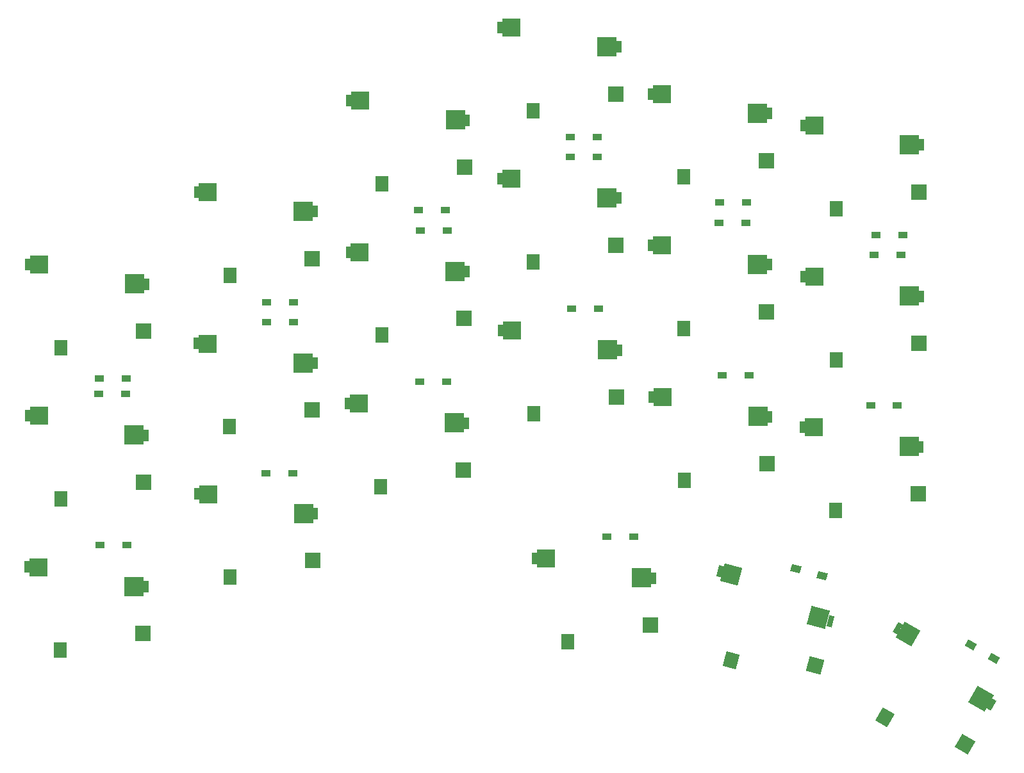
<source format=gbr>
%TF.GenerationSoftware,KiCad,Pcbnew,7.0.6*%
%TF.CreationDate,2023-08-21T12:13:53+07:00*%
%TF.ProjectId,GlupV1,476c7570-5631-42e6-9b69-6361645f7063,rev?*%
%TF.SameCoordinates,Original*%
%TF.FileFunction,Paste,Top*%
%TF.FilePolarity,Positive*%
%FSLAX46Y46*%
G04 Gerber Fmt 4.6, Leading zero omitted, Abs format (unit mm)*
G04 Created by KiCad (PCBNEW 7.0.6) date 2023-08-21 12:13:53*
%MOMM*%
%LPD*%
G01*
G04 APERTURE LIST*
G04 Aperture macros list*
%AMRotRect*
0 Rectangle, with rotation*
0 The origin of the aperture is its center*
0 $1 length*
0 $2 width*
0 $3 Rotation angle, in degrees counterclockwise*
0 Add horizontal line*
21,1,$1,$2,0,0,$3*%
G04 Aperture macros list end*
%ADD10R,0.700000X1.500000*%
%ADD11R,2.400000X2.400000*%
%ADD12R,2.000000X2.000000*%
%ADD13R,1.800000X2.000000*%
%ADD14R,2.500000X2.500000*%
%ADD15R,1.300000X0.950000*%
%ADD16RotRect,1.300000X0.950000X345.000000*%
%ADD17RotRect,1.300000X0.950000X330.000000*%
%ADD18RotRect,0.700000X1.500000X345.000000*%
%ADD19RotRect,2.400000X2.400000X165.000000*%
%ADD20RotRect,2.000000X2.000000X165.000000*%
%ADD21RotRect,1.800000X2.000000X165.000000*%
%ADD22RotRect,2.500000X2.500000X165.000000*%
%ADD23RotRect,0.700000X1.500000X330.000000*%
%ADD24RotRect,2.400000X2.400000X150.000000*%
%ADD25RotRect,2.000000X2.000000X150.000000*%
%ADD26RotRect,1.800000X2.000000X150.000000*%
%ADD27RotRect,2.500000X2.500000X150.000000*%
G04 APERTURE END LIST*
D10*
%TO.C,SW9*%
X89430000Y-82680000D03*
D11*
X90930000Y-82700000D03*
D12*
X104730000Y-91480000D03*
D13*
X93830000Y-93680000D03*
D14*
X103530000Y-85239999D03*
D10*
X105130000Y-85280000D03*
%TD*%
%TO.C,SW13*%
X114135400Y-103166000D03*
D11*
X115635400Y-103186000D03*
D12*
X129435400Y-111966000D03*
D13*
X118535400Y-114166000D03*
D14*
X128235400Y-105725999D03*
D10*
X129835400Y-105766000D03*
%TD*%
D15*
%TO.C,D14*%
X142125000Y-56134000D03*
X138575000Y-56134000D03*
%TD*%
%TO.C,D16*%
X142515000Y-78930000D03*
X138965000Y-78930000D03*
%TD*%
D10*
%TO.C,SW6*%
X69500000Y-94656000D03*
D11*
X71000000Y-94676000D03*
D12*
X84800000Y-103456000D03*
D13*
X73900000Y-105656000D03*
D14*
X83600000Y-97215999D03*
D10*
X85200000Y-97256000D03*
%TD*%
%TO.C,SW5*%
X69450000Y-74756000D03*
D11*
X70950000Y-74776000D03*
D12*
X84750000Y-83556000D03*
D13*
X73850000Y-85756000D03*
D14*
X83550000Y-77315999D03*
D10*
X85150000Y-77356000D03*
%TD*%
D15*
%TO.C,D11*%
X122435000Y-50110000D03*
X118885000Y-50110000D03*
%TD*%
D10*
%TO.C,SW4*%
X69470000Y-54706000D03*
D11*
X70970000Y-54726000D03*
D12*
X84770000Y-63506000D03*
D13*
X73870000Y-65706000D03*
D14*
X83570000Y-57265999D03*
D10*
X85170000Y-57306000D03*
%TD*%
D15*
%TO.C,D20*%
X162080000Y-82910000D03*
X158530000Y-82910000D03*
%TD*%
%TO.C,D13*%
X127255000Y-100320000D03*
X123705000Y-100320000D03*
%TD*%
%TO.C,D7*%
X102359000Y-57150000D03*
X98809000Y-57150000D03*
%TD*%
%TO.C,D1*%
X60165000Y-79356000D03*
X56615000Y-79356000D03*
%TD*%
D10*
%TO.C,SW11*%
X109570000Y-52940000D03*
D11*
X111070000Y-52960000D03*
D12*
X124870000Y-61740000D03*
D13*
X113970000Y-63940000D03*
D14*
X123670000Y-55499999D03*
D10*
X125270000Y-55540000D03*
%TD*%
%TO.C,SW3*%
X47080000Y-104306000D03*
D11*
X48580000Y-104326000D03*
D12*
X62380000Y-113106000D03*
D13*
X51480000Y-115306000D03*
D14*
X61180000Y-106865999D03*
D10*
X62780000Y-106906000D03*
%TD*%
D16*
%TO.C,D17*%
X152106026Y-105440912D03*
X148676990Y-104522104D03*
%TD*%
D10*
%TO.C,SW20*%
X149510000Y-85830000D03*
D11*
X151010000Y-85850000D03*
D12*
X164810000Y-94630000D03*
D13*
X153910000Y-96830000D03*
D14*
X163610000Y-88389999D03*
D10*
X165210000Y-88430000D03*
%TD*%
D15*
%TO.C,D9*%
X102520000Y-79810000D03*
X98970000Y-79810000D03*
%TD*%
%TO.C,D5*%
X82315000Y-71930000D03*
X78765000Y-71930000D03*
%TD*%
D10*
%TO.C,SW15*%
X129450000Y-61740000D03*
D11*
X130950000Y-61760000D03*
D12*
X144750000Y-70540000D03*
D13*
X133850000Y-72740000D03*
D14*
X143550000Y-64299999D03*
D10*
X145150000Y-64340000D03*
%TD*%
%TO.C,SW8*%
X89540000Y-62660000D03*
D11*
X91040000Y-62680000D03*
D12*
X104840000Y-71460000D03*
D13*
X93940000Y-73660000D03*
D14*
X103640000Y-65219999D03*
D10*
X105240000Y-65260000D03*
%TD*%
%TO.C,SW12*%
X109660000Y-73020000D03*
D11*
X111160000Y-73040000D03*
D12*
X124960000Y-81820000D03*
D13*
X114060000Y-84020000D03*
D14*
X123760000Y-75579999D03*
D10*
X125360000Y-75620000D03*
%TD*%
D15*
%TO.C,D19*%
X162530000Y-63040000D03*
X158980000Y-63040000D03*
%TD*%
D17*
%TO.C,D21*%
X174820000Y-116380000D03*
X171745610Y-114605000D03*
%TD*%
D15*
%TO.C,D8*%
X102590000Y-59780000D03*
X99040000Y-59780000D03*
%TD*%
D10*
%TO.C,SW2*%
X47140000Y-84290000D03*
D11*
X48640000Y-84310000D03*
D12*
X62440000Y-93090000D03*
D13*
X51540000Y-95290000D03*
D14*
X61240000Y-86849999D03*
D10*
X62840000Y-86890000D03*
%TD*%
D15*
%TO.C,D4*%
X82285000Y-69342000D03*
X78735000Y-69342000D03*
%TD*%
D18*
%TO.C,SW17*%
X138701511Y-104856981D03*
D19*
X140145224Y-105264528D03*
D20*
X151202569Y-117317060D03*
D21*
X140104575Y-116620969D03*
D22*
X151658489Y-110979099D03*
D18*
X153193617Y-111431847D03*
%TD*%
D15*
%TO.C,D10*%
X122425000Y-47498000D03*
X118875000Y-47498000D03*
%TD*%
D10*
%TO.C,SW19*%
X149580000Y-65920000D03*
D11*
X151080000Y-65940000D03*
D12*
X164880000Y-74720000D03*
D13*
X153980000Y-76920000D03*
D14*
X163680000Y-68479999D03*
D10*
X165280000Y-68520000D03*
%TD*%
D15*
%TO.C,D12*%
X122560000Y-70140000D03*
X119010000Y-70140000D03*
%TD*%
D10*
%TO.C,SW18*%
X149580000Y-45910000D03*
D11*
X151080000Y-45930000D03*
D12*
X164880000Y-54710000D03*
D13*
X153980000Y-56910000D03*
D14*
X163680000Y-48469999D03*
D10*
X165280000Y-48510000D03*
%TD*%
%TO.C,SW10*%
X109570000Y-32960000D03*
D11*
X111070000Y-32980000D03*
D12*
X124870000Y-41760000D03*
D13*
X113970000Y-43960000D03*
D14*
X123670000Y-35519999D03*
D10*
X125270000Y-35560000D03*
%TD*%
D23*
%TO.C,SW21*%
X162159717Y-112413670D03*
D24*
X163448755Y-113180991D03*
D25*
X171009906Y-127684694D03*
D26*
X160470229Y-124139950D03*
D27*
X173090676Y-121680695D03*
D23*
X174456316Y-122515336D03*
%TD*%
D15*
%TO.C,D2*%
X60120000Y-81436000D03*
X56570000Y-81436000D03*
%TD*%
%TO.C,D18*%
X162814000Y-60452000D03*
X159264000Y-60452000D03*
%TD*%
D10*
%TO.C,SW14*%
X129470000Y-41750000D03*
D11*
X130970000Y-41770000D03*
D12*
X144770000Y-50550000D03*
D13*
X133870000Y-52750000D03*
D14*
X143570000Y-44309999D03*
D10*
X145170000Y-44350000D03*
%TD*%
D15*
%TO.C,D3*%
X60270000Y-101406000D03*
X56720000Y-101406000D03*
%TD*%
%TO.C,D6*%
X82215000Y-91900000D03*
X78665000Y-91900000D03*
%TD*%
%TO.C,D15*%
X142075000Y-58840000D03*
X138525000Y-58840000D03*
%TD*%
D10*
%TO.C,SW16*%
X129530000Y-81830000D03*
D11*
X131030000Y-81850000D03*
D12*
X144830000Y-90630000D03*
D13*
X133930000Y-92830000D03*
D14*
X143630000Y-84389999D03*
D10*
X145230000Y-84430000D03*
%TD*%
%TO.C,SW7*%
X89570000Y-42650000D03*
D11*
X91070000Y-42670000D03*
D12*
X104870000Y-51450000D03*
D13*
X93970000Y-53650000D03*
D14*
X103670000Y-45209999D03*
D10*
X105270000Y-45250000D03*
%TD*%
%TO.C,SW1*%
X47168000Y-64317500D03*
D11*
X48668000Y-64337500D03*
D12*
X62468000Y-73117500D03*
D13*
X51568000Y-75317500D03*
D14*
X61268000Y-66877499D03*
D10*
X62868000Y-66917500D03*
%TD*%
M02*

</source>
